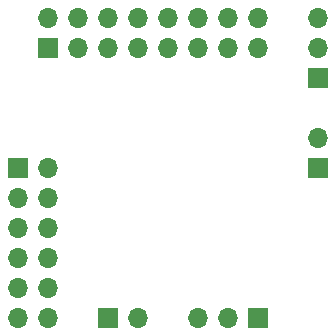
<source format=gbr>
G04 #@! TF.GenerationSoftware,KiCad,Pcbnew,5.1.4+dfsg1-1*
G04 #@! TF.CreationDate,2019-09-03T18:12:52+09:00*
G04 #@! TF.ProjectId,axp192breakout,61787031-3932-4627-9265-616b6f75742e,rev?*
G04 #@! TF.SameCoordinates,Original*
G04 #@! TF.FileFunction,Soldermask,Bot*
G04 #@! TF.FilePolarity,Negative*
%FSLAX46Y46*%
G04 Gerber Fmt 4.6, Leading zero omitted, Abs format (unit mm)*
G04 Created by KiCad (PCBNEW 5.1.4+dfsg1-1) date 2019-09-03 18:12:52*
%MOMM*%
%LPD*%
G04 APERTURE LIST*
%ADD10O,1.700000X1.700000*%
%ADD11R,1.700000X1.700000*%
G04 APERTURE END LIST*
D10*
X96520000Y-124460000D03*
X99060000Y-124460000D03*
D11*
X101600000Y-124460000D03*
D10*
X91440000Y-124460000D03*
D11*
X88900000Y-124460000D03*
D10*
X83820000Y-124460000D03*
X81280000Y-124460000D03*
X83820000Y-121920000D03*
X81280000Y-121920000D03*
X83820000Y-119380000D03*
X81280000Y-119380000D03*
X83820000Y-116840000D03*
X81280000Y-116840000D03*
X83820000Y-114300000D03*
X81280000Y-114300000D03*
X83820000Y-111760000D03*
D11*
X81280000Y-111760000D03*
D10*
X101600000Y-99060000D03*
X101600000Y-101600000D03*
X99060000Y-99060000D03*
X99060000Y-101600000D03*
X96520000Y-99060000D03*
X96520000Y-101600000D03*
X93980000Y-99060000D03*
X93980000Y-101600000D03*
X91440000Y-99060000D03*
X91440000Y-101600000D03*
X88900000Y-99060000D03*
X88900000Y-101600000D03*
X86360000Y-99060000D03*
X86360000Y-101600000D03*
X83820000Y-99060000D03*
D11*
X83820000Y-101600000D03*
D10*
X106680000Y-99060000D03*
X106680000Y-101600000D03*
D11*
X106680000Y-104140000D03*
D10*
X106680000Y-109220000D03*
D11*
X106680000Y-111760000D03*
M02*

</source>
